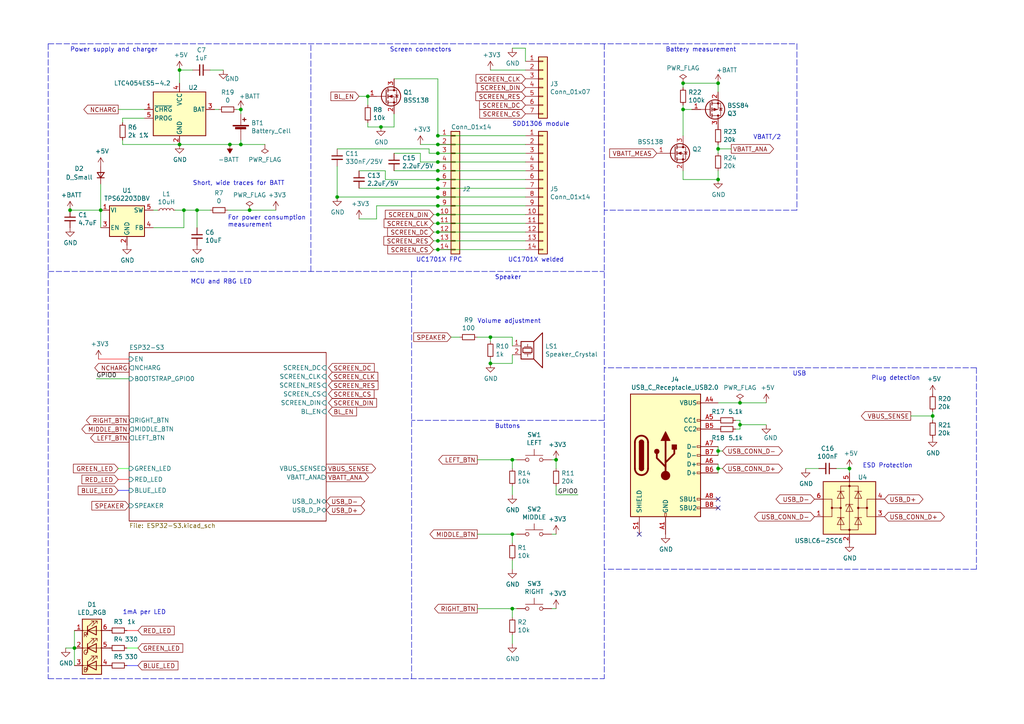
<source format=kicad_sch>
(kicad_sch (version 20211123) (generator eeschema)
  (paper "A4")
  (title_block (title "OpenTama") (date "2022-05-11") (rev "2.0") (company "cone.codes") (comment 1 "Licensed under CERN-OHL-S v2") (comment 2 "connorr@hey.com") (comment 3 "Connor Rigby"))
  (lib_symbols
    (symbol "Battery_Management:LTC4054ES5-4.2" (pin_names (offset 0.254))
      (property "Reference" "U" (at -5.842 6.604 0))
      (property "Value" "LTC4054ES5-4.2" (at 1.524 6.604 0))
      (symbol "LTC4054ES5-4.2_1_1"
        (pin open_collector line (at -10.16 0 0) (length 2.54) (name "~{CHRG}") (number "1"))
        (pin power_in line (at 0 -10.16 90) (length 2.54) (name "GND") (number "2"))
        (pin power_out line (at 10.16 0 180) (length 2.54) (name "BAT") (number "3"))
        (pin power_in line (at 0 7.62 270) (length 2.54) (name "VCC") (number "4"))
        (pin bidirectional line (at -10.16 -2.54 0) (length 2.54) (name "PROG") (number "5"))
      )
    )
    (symbol "Connector:USB_C_Receptacle_USB2.0" (pin_names (offset 1.016))
      (property "Reference" "J" (at -10.16 19.05 0))
      (property "Value" "USB_C_Receptacle_USB2.0" (at 19.05 19.05 0))
      (symbol "USB_C_Receptacle_USB2.0_1_1"
        (pin passive line (at 0 -22.86 90) (length 5.08) (name "GND") (number "A1"))
        (pin passive line (at 0 -22.86 90) (length 5.08) hide (name "GND") (number "A12"))
        (pin passive line (at 15.24 15.24 180) (length 5.08) (name "VBUS") (number "A4"))
        (pin bidirectional line (at 15.24 10.16 180) (length 5.08) (name "CC1") (number "A5"))
        (pin bidirectional line (at 15.24 -2.54 180) (length 5.08) (name "D+") (number "A6"))
        (pin bidirectional line (at 15.24 2.54 180) (length 5.08) (name "D-") (number "A7"))
        (pin bidirectional line (at 15.24 -12.7 180) (length 5.08) (name "SBU1") (number "A8"))
        (pin passive line (at 15.24 15.24 180) (length 5.08) hide (name "VBUS") (number "A9"))
        (pin passive line (at 0 -22.86 90) (length 5.08) hide (name "GND") (number "B1"))
        (pin passive line (at 0 -22.86 90) (length 5.08) hide (name "GND") (number "B12"))
        (pin passive line (at 15.24 15.24 180) (length 5.08) hide (name "VBUS") (number "B4"))
        (pin bidirectional line (at 15.24 7.62 180) (length 5.08) (name "CC2") (number "B5"))
        (pin bidirectional line (at 15.24 -5.08 180) (length 5.08) (name "D+") (number "B6"))
        (pin bidirectional line (at 15.24 0 180) (length 5.08) (name "D-") (number "B7"))
        (pin bidirectional line (at 15.24 -15.24 180) (length 5.08) (name "SBU2") (number "B8"))
        (pin passive line (at 15.24 15.24 180) (length 5.08) hide (name "VBUS") (number "B9"))
        (pin passive line (at -7.62 -22.86 90) (length 5.08) (name "SHIELD") (number "S1"))
      )
    )
    (symbol "Connector_Generic:Conn_01x07" (pin_names (offset 1.016) hide)
      (property "Reference" "J" (at 0 10.16 0))
      (property "Value" "Conn_01x07" (at 0 -10.16 0))
      (symbol "Conn_01x07_1_1"
        (pin passive line (at -5.08 7.62 0) (length 3.81) (name "Pin_1") (number "1"))
        (pin passive line (at -5.08 5.08 0) (length 3.81) (name "Pin_2") (number "2"))
        (pin passive line (at -5.08 2.54 0) (length 3.81) (name "Pin_3") (number "3"))
        (pin passive line (at -5.08 0 0) (length 3.81) (name "Pin_4") (number "4"))
        (pin passive line (at -5.08 -2.54 0) (length 3.81) (name "Pin_5") (number "5"))
        (pin passive line (at -5.08 -5.08 0) (length 3.81) (name "Pin_6") (number "6"))
        (pin passive line (at -5.08 -7.62 0) (length 3.81) (name "Pin_7") (number "7"))
      )
    )
    (symbol "Connector_Generic:Conn_01x14" (pin_names (offset 1.016) hide)
      (property "Reference" "J" (at 0 17.78 0))
      (property "Value" "Conn_01x14" (at 0 -20.32 0))
      (symbol "Conn_01x14_1_1"
        (pin passive line (at -5.08 15.24 0) (length 3.81) (name "Pin_1") (number "1"))
        (pin passive line (at -5.08 -7.62 0) (length 3.81) (name "Pin_10") (number "10"))
        (pin passive line (at -5.08 -10.16 0) (length 3.81) (name "Pin_11") (number "11"))
        (pin passive line (at -5.08 -12.7 0) (length 3.81) (name "Pin_12") (number "12"))
        (pin passive line (at -5.08 -15.24 0) (length 3.81) (name "Pin_13") (number "13"))
        (pin passive line (at -5.08 -17.78 0) (length 3.81) (name "Pin_14") (number "14"))
        (pin passive line (at -5.08 12.7 0) (length 3.81) (name "Pin_2") (number "2"))
        (pin passive line (at -5.08 10.16 0) (length 3.81) (name "Pin_3") (number "3"))
        (pin passive line (at -5.08 7.62 0) (length 3.81) (name "Pin_4") (number "4"))
        (pin passive line (at -5.08 5.08 0) (length 3.81) (name "Pin_5") (number "5"))
        (pin passive line (at -5.08 2.54 0) (length 3.81) (name "Pin_6") (number "6"))
        (pin passive line (at -5.08 0 0) (length 3.81) (name "Pin_7") (number "7"))
        (pin passive line (at -5.08 -2.54 0) (length 3.81) (name "Pin_8") (number "8"))
        (pin passive line (at -5.08 -5.08 0) (length 3.81) (name "Pin_9") (number "9"))
      )
    )
    (symbol "Device:Battery_Cell" (pin_numbers hide) (pin_names (offset 0) hide)
      (property "Reference" "BT" (at 2.54 2.54 0))
      (property "Value" "Battery_Cell" (at 2.54 0 0))
      (symbol "Battery_Cell_1_1"
        (pin passive line (at 0 5.08 270) (length 2.54) (name "+") (number "1"))
        (pin passive line (at 0 -2.54 90) (length 2.54) (name "-") (number "2"))
      )
    )
    (symbol "Device:C_Small" (pin_numbers hide) (pin_names (offset 0.254) hide)
      (property "Reference" "C" (at 0.254 1.778 0))
      (property "Value" "C_Small" (at 0.254 -2.032 0))
      (symbol "C_Small_1_1"
        (pin passive line (at 0 2.54 270) (length 2.032) (name "~") (number "1"))
        (pin passive line (at 0 -2.54 90) (length 2.032) (name "~") (number "2"))
      )
    )
    (symbol "Device:D_Small" (pin_numbers hide) (pin_names (offset 0.254) hide)
      (property "Reference" "D" (at -1.27 2.032 0))
      (property "Value" "D_Small" (at -3.81 -2.032 0))
      (symbol "D_Small_1_1"
        (pin passive line (at -2.54 0 0) (length 1.778) (name "K") (number "1"))
        (pin passive line (at 2.54 0 180) (length 1.778) (name "A") (number "2"))
      )
    )
    (symbol "Device:LED_RGB" (pin_names (offset 0) hide)
      (property "Reference" "D" (at 0 9.398 0))
      (property "Value" "LED_RGB" (at 0 -8.89 0))
      (symbol "LED_RGB_0_0"
        (text "B" (at -1.905 -6.35 0) (effects (font (size 1.27 1.27))))
        (text "G" (at -1.905 -1.27 0) (effects (font (size 1.27 1.27))))
        (text "R" (at -1.905 3.81 0) (effects (font (size 1.27 1.27))))
      )
      (symbol "LED_RGB_1_1"
        (pin passive line (at -5.08 5.08 0) (length 2.54) (name "RK") (number "1"))
        (pin passive line (at -5.08 0 0) (length 2.54) (name "GK") (number "2"))
        (pin passive line (at -5.08 -5.08 0) (length 2.54) (name "BK") (number "3"))
        (pin passive line (at 5.08 -5.08 180) (length 2.54) (name "BA") (number "4"))
        (pin passive line (at 5.08 0 180) (length 2.54) (name "GA") (number "5"))
        (pin passive line (at 5.08 5.08 180) (length 2.54) (name "RA") (number "6"))
      )
    )
    (symbol "Device:L_Small" (pin_numbers hide) (pin_names (offset 0.254) hide)
      (property "Reference" "L" (at 0.762 1.016 0))
      (property "Value" "L_Small" (at 0.762 -1.016 0))
      (symbol "L_Small_1_1"
        (pin passive line (at 0 2.54 270) (length 0.508) (name "~") (number "1"))
        (pin passive line (at 0 -2.54 90) (length 0.508) (name "~") (number "2"))
      )
    )
    (symbol "Device:R_Small" (pin_numbers hide) (pin_names (offset 0.254) hide)
      (property "Reference" "R" (at 0.762 0.508 0))
      (property "Value" "R_Small" (at 0.762 -1.016 0))
      (symbol "R_Small_1_1"
        (pin passive line (at 0 2.54 270) (length 0.762) (name "~") (number "1"))
        (pin passive line (at 0 -2.54 90) (length 0.762) (name "~") (number "2"))
      )
    )
    (symbol "Device:Speaker_Crystal" (pin_names (offset 0) hide)
      (property "Reference" "LS" (at 0.635 5.715 0))
      (property "Value" "Speaker_Crystal" (at 0.635 3.81 0))
      (symbol "Speaker_Crystal_1_1"
        (pin input line (at -5.08 0 0) (length 2.54) (name "1") (number "1"))
        (pin input line (at -5.08 -2.54 0) (length 2.54) (name "2") (number "2"))
      )
    )
    (symbol "Power_Protection:USBLC6-2SC6" (pin_names hide)
      (property "Reference" "U" (at 2.54 8.89 0))
      (property "Value" "USBLC6-2SC6" (at 2.54 -8.89 0))
      (symbol "USBLC6-2SC6_1_1"
        (pin passive line (at -10.16 -2.54 0) (length 2.54) (name "I/O1") (number "1"))
        (pin passive line (at 0 -10.16 90) (length 2.54) (name "GND") (number "2"))
        (pin passive line (at 10.16 -2.54 180) (length 2.54) (name "I/O2") (number "3"))
        (pin passive line (at 10.16 2.54 180) (length 2.54) (name "I/O2") (number "4"))
        (pin passive line (at 0 10.16 270) (length 2.54) (name "VBUS") (number "5"))
        (pin passive line (at -10.16 2.54 0) (length 2.54) (name "I/O1") (number "6"))
      )
    )
    (symbol "Regulator_Switching:TPS62203DBV" (pin_names (offset 0.254))
      (property "Reference" "U" (at -5.08 7.62 0))
      (property "Value" "TPS62203DBV" (at 0 7.62 0))
      (symbol "TPS62203DBV_1_1"
        (pin power_in line (at -7.62 5.08 0) (length 2.54) (name "VI") (number "1"))
        (pin power_in line (at 0 -5.08 90) (length 2.54) (name "GND") (number "2"))
        (pin input line (at -7.62 0 0) (length 2.54) (name "EN") (number "3"))
        (pin input line (at 7.62 0 180) (length 2.54) (name "FB") (number "4"))
        (pin output line (at 7.62 5.08 180) (length 2.54) (name "SW") (number "5"))
      )
    )
    (symbol "Switch:SW_Push" (pin_numbers hide) (pin_names (offset 1.016) hide)
      (property "Reference" "SW" (at 1.27 2.54 0))
      (property "Value" "SW_Push" (at 0 -1.524 0))
      (symbol "SW_Push_0_1"
        (pin passive line (at -5.08 0 0) (length 2.54) (name "1") (number "1"))
        (pin passive line (at 5.08 0 180) (length 2.54) (name "2") (number "2"))
      )
    )
    (symbol "Transistor_FET:BSS138" (pin_names hide)
      (property "Reference" "Q" (at 5.08 1.905 0))
      (property "Value" "BSS138" (at 5.08 0 0))
      (symbol "BSS138_1_1"
        (pin input line (at -5.08 0 0) (length 2.54) (name "G") (number "1"))
        (pin passive line (at 2.54 -5.08 90) (length 2.54) (name "S") (number "2"))
        (pin passive line (at 2.54 5.08 270) (length 2.54) (name "D") (number "3"))
      )
    )
    (symbol "Transistor_FET:BSS84" (pin_names hide)
      (property "Reference" "Q" (at 5.08 1.905 0))
      (property "Value" "BSS84" (at 5.08 0 0))
      (symbol "BSS84_1_1"
        (pin input line (at -5.08 0 0) (length 2.54) (name "G") (number "1"))
        (pin passive line (at 2.54 -5.08 90) (length 2.54) (name "S") (number "2"))
        (pin passive line (at 2.54 5.08 270) (length 2.54) (name "D") (number "3"))
      )
    )
    (symbol "power:+3.3V" (power) (pin_names (offset 0))
      (property "Value" "+3.3V" (at 0 3.556 0))
      (symbol "+3.3V_1_1"
        (pin power_in line (at 0 0 90) (length 0) hide (name "+3V3") (number "1"))
      )
    )
    (symbol "power:+5V" (power) (pin_names (offset 0))
      (property "Value" "+5V" (at 0 3.556 0))
      (symbol "+5V_1_1"
        (pin power_in line (at 0 0 90) (length 0) hide (name "+5V") (number "1"))
      )
    )
    (symbol "power:+BATT" (power) (pin_names (offset 0))
      (property "Value" "+BATT" (at 0 3.556 0))
      (symbol "+BATT_1_1"
        (pin power_in line (at 0 0 90) (length 0) hide (name "+BATT") (number "1"))
      )
    )
    (symbol "power:-BATT" (power) (pin_names (offset 0))
      (property "Value" "-BATT" (at 0 3.556 0))
      (symbol "-BATT_1_1"
        (pin power_in line (at 0 0 90) (length 0) hide (name "-BATT") (number "1"))
      )
    )
    (symbol "power:GND" (power) (pin_names (offset 0))
      (property "Value" "GND" (at 0 -3.81 0))
      (symbol "GND_1_1"
        (pin power_in line (at 0 0 270) (length 0) hide (name "GND") (number "1"))
      )
    )
    (symbol "power:PWR_FLAG" (power) (pin_numbers hide) (pin_names (offset 0) hide)
      (property "Value" "PWR_FLAG" (at 0 3.81 0))
      (symbol "PWR_FLAG_0_0"
        (pin power_out line (at 0 0 90) (length 0) (name "pwr") (number "1"))
      )
    )
  )
  (junction (at 214.63 116.84))
  (junction (at 52.07 41.91))
  (junction (at 21.59 187.96))
  (junction (at 127 62.23))
  (junction (at 127 72.39))
  (junction (at 97.79 57.15))
  (junction (at 208.28 52.07))
  (junction (at 127 41.91))
  (junction (at 57.15 60.96))
  (junction (at 208.28 24.13))
  (junction (at 161.29 133.35))
  (junction (at 208.28 130.81))
  (junction (at 127 57.15))
  (junction (at 208.28 43.18))
  (junction (at 29.21 60.96))
  (junction (at 127 67.31))
  (junction (at 69.85 41.91))
  (junction (at 127 59.69))
  (junction (at 72.39 60.96))
  (junction (at 142.24 97.79))
  (junction (at 69.85 31.75))
  (junction (at 270.51 120.65))
  (junction (at 127 49.53))
  (junction (at 127 44.45))
  (junction (at 127 69.85))
  (junction (at 52.07 20.32))
  (junction (at 127 39.37))
  (junction (at 127 52.07))
  (junction (at 214.63 123.19))
  (junction (at 66.675 41.91))
  (junction (at 127 64.77))
  (junction (at 148.59 176.53))
  (junction (at 127 46.99))
  (junction (at 106.68 27.94))
  (junction (at 246.38 135.89))
  (junction (at 148.59 154.94))
  (junction (at 142.24 105.41))
  (junction (at 110.49 36.83))
  (junction (at 127 54.61))
  (junction (at 198.12 24.13))
  (junction (at 148.59 133.35))
  (junction (at 20.32 60.96))
  (junction (at 53.34 60.96))
  (junction (at 208.28 135.89))
  (junction (at 198.12 31.75))
  (no_connect (at 208.28 147.32))
  (no_connect (at 208.28 144.78))
  (no_connect (at 185.42 154.94))
  (wire (pts (xy 152.4 67.31) (xy 127 67.31)))
  (wire (pts (xy 214.63 116.84) (xy 222.25 116.84)))
  (wire (pts (xy 208.28 129.54) (xy 208.28 130.81)))
  (wire (pts (xy 57.15 60.96) (xy 60.96 60.96)))
  (wire (pts (xy 208.28 135.89) (xy 208.28 137.16)))
  (wire (pts (xy 36.83 182.88) (xy 40.005 182.88)) (stroke (width 0) (color 255 0 0 1)))
  (wire (pts (xy 148.59 140.97) (xy 148.59 143.51)))
  (wire (pts (xy 148.59 176.53) (xy 148.59 179.07)))
  (wire (pts (xy 68.58 31.75) (xy 69.85 31.75)))
  (wire (pts (xy 198.12 31.75) (xy 200.66 31.75)))
  (wire (pts (xy 237.49 135.89) (xy 233.68 135.89)))
  (wire (pts (xy 110.49 36.83) (xy 106.68 36.83)))
  (wire (pts (xy 104.14 27.94) (xy 106.68 27.94)))
  (wire (pts (xy 127 64.77) (xy 152.4 64.77)))
  (wire (pts (xy 208.28 24.13) (xy 198.12 24.13)))
  (wire (pts (xy 127 49.53) (xy 152.4 49.53)))
  (polyline (pts (xy 231.14 60.96) (xy 175.26 60.96)))
  (wire (pts (xy 21.59 187.96) (xy 21.59 193.04)))
  (wire (pts (xy 44.45 66.04) (xy 53.34 66.04)))
  (wire (pts (xy 130.81 97.79) (xy 133.35 97.79)))
  (wire (pts (xy 36.83 187.96) (xy 40.005 187.96)) (stroke (width 0) (color 0 255 0 1)))
  (wire (pts (xy 161.29 176.53) (xy 160.02 176.53)))
  (wire (pts (xy 152.4 72.39) (xy 127 72.39)))
  (wire (pts (xy 125.73 72.39) (xy 127 72.39)))
  (wire (pts (xy 214.63 123.19) (xy 214.63 124.46)))
  (wire (pts (xy 148.59 133.35) (xy 148.59 135.89)))
  (wire (pts (xy 57.15 60.96) (xy 53.34 60.96)))
  (wire (pts (xy 138.43 154.94) (xy 148.59 154.94)))
  (polyline (pts (xy 283.21 106.68) (xy 175.26 106.68)))
  (wire (pts (xy 28.575 104.14) (xy 37.465 104.14)) (stroke (width 0) (color 255 0 0 1)))
  (wire (pts (xy 152.4 46.99) (xy 127 46.99)))
  (wire (pts (xy 208.28 116.84) (xy 214.63 116.84)))
  (wire (pts (xy 29.21 66.04) (xy 29.21 60.96)))
  (wire (pts (xy 161.29 133.35) (xy 161.29 135.89)))
  (wire (pts (xy 208.28 43.18) (xy 208.28 41.91)))
  (wire (pts (xy 60.96 20.32) (xy 64.77 20.32)))
  (wire (pts (xy 270.51 119.38) (xy 270.51 120.65)))
  (wire (pts (xy 246.38 137.16) (xy 246.38 135.89)))
  (wire (pts (xy 125.73 69.85) (xy 127 69.85)))
  (wire (pts (xy 35.56 40.64) (xy 35.56 41.91)))
  (wire (pts (xy 111.76 52.07) (xy 111.76 49.53)))
  (wire (pts (xy 127 22.86) (xy 127 39.37)))
  (wire (pts (xy 152.4 41.91) (xy 127 41.91)))
  (wire (pts (xy 114.3 49.53) (xy 127 49.53)))
  (wire (pts (xy 198.12 30.48) (xy 198.12 31.75)))
  (wire (pts (xy 208.28 44.45) (xy 208.28 43.18)))
  (wire (pts (xy 52.07 41.91) (xy 66.675 41.91)))
  (wire (pts (xy 127 46.99) (xy 121.92 46.99)))
  (wire (pts (xy 212.09 43.18) (xy 208.28 43.18)))
  (wire (pts (xy 148.59 97.79) (xy 148.59 100.33)))
  (wire (pts (xy 148.59 154.94) (xy 149.86 154.94)))
  (wire (pts (xy 125.73 62.23) (xy 127 62.23)))
  (wire (pts (xy 35.56 34.29) (xy 41.91 34.29)))
  (wire (pts (xy 36.83 193.04) (xy 40.005 193.04)) (stroke (width 0) (color 0 0 255 1)))
  (wire (pts (xy 270.51 120.65) (xy 270.51 121.92)))
  (wire (pts (xy 50.8 60.96) (xy 53.34 60.96)))
  (wire (pts (xy 106.68 36.83) (xy 106.68 35.56)))
  (wire (pts (xy 148.59 102.87) (xy 148.59 105.41)))
  (wire (pts (xy 209.55 135.89) (xy 208.28 135.89)))
  (wire (pts (xy 127 54.61) (xy 104.14 54.61)))
  (wire (pts (xy 198.12 24.13) (xy 198.12 25.4)))
  (wire (pts (xy 214.63 124.46) (xy 213.36 124.46)))
  (wire (pts (xy 127 52.07) (xy 111.76 52.07)))
  (wire (pts (xy 27.94 109.855) (xy 37.465 109.855)))
  (polyline (pts (xy 231.14 12.7) (xy 231.14 60.96)))
  (polyline (pts (xy 90.17 78.74) (xy 90.17 12.7)))
  (wire (pts (xy 208.28 52.07) (xy 208.28 49.53)))
  (wire (pts (xy 127 69.85) (xy 152.4 69.85)))
  (wire (pts (xy 142.24 99.06) (xy 142.24 97.79)))
  (polyline (pts (xy 175.26 121.92) (xy 119.38 121.92)))
  (polyline (pts (xy 119.38 78.74) (xy 119.38 196.85)))
  (wire (pts (xy 29.21 53.34) (xy 29.21 60.96)))
  (wire (pts (xy 148.59 184.15) (xy 148.59 186.69)))
  (polyline (pts (xy 13.97 12.7) (xy 231.14 12.7)))
  (wire (pts (xy 198.12 49.53) (xy 198.12 52.07)))
  (wire (pts (xy 160.02 133.35) (xy 161.29 133.35)))
  (wire (pts (xy 198.12 52.07) (xy 208.28 52.07)))
  (wire (pts (xy 208.28 26.67) (xy 208.28 24.13)))
  (wire (pts (xy 109.22 59.69) (xy 127 59.69)))
  (wire (pts (xy 127 59.69) (xy 152.4 59.69)))
  (wire (pts (xy 109.22 63.5) (xy 109.22 59.69)))
  (wire (pts (xy 152.4 62.23) (xy 127 62.23)))
  (wire (pts (xy 69.85 31.75) (xy 69.85 33.02)))
  (wire (pts (xy 34.29 31.75) (xy 41.91 31.75)))
  (wire (pts (xy 114.3 36.83) (xy 110.49 36.83)))
  (polyline (pts (xy 283.21 106.68) (xy 283.21 165.1)))
  (wire (pts (xy 148.59 105.41) (xy 142.24 105.41)))
  (wire (pts (xy 127 22.86) (xy 114.3 22.86)))
  (wire (pts (xy 148.59 133.35) (xy 149.86 133.35)))
  (wire (pts (xy 264.16 120.65) (xy 270.51 120.65)))
  (wire (pts (xy 34.29 139.065) (xy 37.465 139.065)) (stroke (width 0) (color 255 0 0 1)))
  (wire (pts (xy 127 44.45) (xy 152.4 44.45)))
  (wire (pts (xy 161.29 154.94) (xy 160.02 154.94)))
  (wire (pts (xy 44.45 60.96) (xy 45.72 60.96)))
  (wire (pts (xy 53.34 60.96) (xy 53.34 66.04)))
  (wire (pts (xy 66.675 41.91) (xy 69.85 41.91)))
  (wire (pts (xy 19.05 187.96) (xy 21.59 187.96)))
  (wire (pts (xy 209.55 130.81) (xy 208.28 130.81)))
  (wire (pts (xy 152.4 52.07) (xy 127 52.07)))
  (wire (pts (xy 214.63 121.92) (xy 214.63 123.19)))
  (wire (pts (xy 34.29 142.24) (xy 37.465 142.24)) (stroke (width 0) (color 0 0 255 1)))
  (wire (pts (xy 106.68 30.48) (xy 106.68 27.94)))
  (wire (pts (xy 69.85 40.64) (xy 69.85 41.91)))
  (wire (pts (xy 127 54.61) (xy 152.4 54.61)))
  (wire (pts (xy 148.59 176.53) (xy 149.86 176.53)))
  (wire (pts (xy 35.56 41.91) (xy 52.07 41.91)))
  (wire (pts (xy 142.24 105.41) (xy 142.24 104.14)))
  (polyline (pts (xy 175.26 12.7) (xy 175.26 196.85)))
  (wire (pts (xy 127 39.37) (xy 152.4 39.37)))
  (wire (pts (xy 121.92 44.45) (xy 114.3 44.45)))
  (wire (pts (xy 97.79 57.15) (xy 127 57.15)))
  (wire (pts (xy 152.4 17.78) (xy 152.4 13.97)))
  (wire (pts (xy 125.73 64.77) (xy 127 64.77)))
  (wire (pts (xy 52.07 24.13) (xy 52.07 20.32)))
  (wire (pts (xy 111.76 49.53) (xy 104.14 49.53)))
  (wire (pts (xy 52.07 20.32) (xy 55.88 20.32)))
  (wire (pts (xy 138.43 133.35) (xy 148.59 133.35)))
  (wire (pts (xy 20.32 60.96) (xy 29.21 60.96)))
  (wire (pts (xy 124.46 44.45) (xy 124.46 43.18)))
  (wire (pts (xy 148.59 154.94) (xy 148.59 157.48)))
  (wire (pts (xy 198.12 39.37) (xy 198.12 31.75)))
  (wire (pts (xy 114.3 33.02) (xy 114.3 36.83)))
  (wire (pts (xy 152.4 57.15) (xy 127 57.15)))
  (wire (pts (xy 246.38 135.89) (xy 242.57 135.89)))
  (wire (pts (xy 72.39 60.96) (xy 80.01 60.96)))
  (wire (pts (xy 127 44.45) (xy 124.46 44.45)))
  (wire (pts (xy 125.73 67.31) (xy 127 67.31)))
  (wire (pts (xy 104.14 63.5) (xy 109.22 63.5)))
  (wire (pts (xy 57.15 60.96) (xy 57.15 66.04)))
  (wire (pts (xy 21.59 182.88) (xy 21.59 187.96)))
  (polyline (pts (xy 13.97 196.85) (xy 175.26 196.85)))
  (wire (pts (xy 76.835 41.91) (xy 69.85 41.91)))
  (polyline (pts (xy 13.97 78.74) (xy 175.26 78.74)))
  (wire (pts (xy 34.29 135.89) (xy 37.465 135.89)) (stroke (width 0) (color 0 255 0 1)))
  (wire (pts (xy 121.92 46.99) (xy 121.92 44.45)))
  (wire (pts (xy 138.43 97.79) (xy 142.24 97.79)))
  (polyline (pts (xy 13.97 12.7) (xy 13.97 196.85)))
  (polyline (pts (xy 283.21 165.1) (xy 175.26 165.1)))
  (wire (pts (xy 63.5 31.75) (xy 62.23 31.75)))
  (wire (pts (xy 214.63 123.19) (xy 222.25 123.19)))
  (wire (pts (xy 121.92 41.91) (xy 127 41.91)))
  (wire (pts (xy 97.79 48.26) (xy 97.79 57.15)))
  (wire (pts (xy 142.24 97.79) (xy 148.59 97.79)))
  (wire (pts (xy 35.56 35.56) (xy 35.56 34.29)))
  (wire (pts (xy 138.43 176.53) (xy 148.59 176.53)))
  (wire (pts (xy 152.4 20.32) (xy 142.24 20.32)))
  (wire (pts (xy 148.59 162.56) (xy 148.59 165.1)))
  (wire (pts (xy 152.4 13.97) (xy 148.59 13.97)))
  (wire (pts (xy 167.64 143.51) (xy 161.29 143.51)))
  (wire (pts (xy 161.29 143.51) (xy 161.29 140.97)))
  (wire (pts (xy 208.28 130.81) (xy 208.28 132.08)))
  (wire (pts (xy 208.28 134.62) (xy 208.28 135.89)))
  (wire (pts (xy 124.46 43.18) (xy 97.79 43.18)))
  (wire (pts (xy 214.63 121.92) (xy 213.36 121.92)))
  (wire (pts (xy 66.04 60.96) (xy 72.39 60.96)))
  (text "SDD1306 module" (at 148.59 36.83 0) (effects (font (size 1.27 1.27)) (justify left bottom)))
  (text "Speaker" (at 143.51 81.28 0) (effects (font (size 1.27 1.27)) (justify left bottom)))
  (text "Buttons" (at 143.51 124.46 0) (effects (font (size 1.27 1.27)) (justify left bottom)))
  (text "ESD Protection" (at 250.19 135.89 0) (effects (font (size 1.27 1.27)) (justify left bottom)))
  (text "USB" (at 229.87 109.22 0) (effects (font (size 1.27 1.27)) (justify left bottom)))
  (text "Volume adjustment" (at 138.43 93.98 0) (effects (font (size 1.27 1.27)) (justify left bottom)))
  (text "Plug detection" (at 252.73 110.49 0) (effects (font (size 1.27 1.27)) (justify left bottom)))
  (text "Screen connectors" (at 113.03 15.24 0) (effects (font (size 1.27 1.27)) (justify left bottom)))
  (text "For power consumption\nmeasurement" (at 66.04 66.04 0) (effects (font (size 1.27 1.27)) (justify left bottom)))
  (text "UC1701X welded" (at 147.32 76.2 0) (effects (font (size 1.27 1.27)) (justify left bottom)))
  (text "1mA per LED" (at 35.56 178.435 0) (effects (font (size 1.27 1.27)) (justify left bottom)))
  (text "Power supply and charger" (at 20.32 15.24 0) (effects (font (size 1.27 1.27)) (justify left bottom)))
  (text "VBATT/2" (at 218.44 40.64 0) (effects (font (size 1.27 1.27)) (justify left bottom)))
  (text "MCU and RBG LED" (at 55.245 82.55 0) (effects (font (size 1.27 1.27)) (justify left bottom)))
  (text "Short, wide traces for BATT" (at 55.88 53.975 0) (effects (font (size 1.27 1.27)) (justify left bottom)))
  (text "Battery measurement" (at 193.04 15.24 0) (effects (font (size 1.27 1.27)) (justify left bottom)))
  (text "UC1701X FPC" (at 120.65 76.2 0) (effects (font (size 1.27 1.27)) (justify left bottom)))
  (label "GPIO0" (at 27.94 109.855 0))
  (label "GPIO0" (at 167.64 143.51 180))
  (global_label "SPEAKER" (shape input) (at 130.81 97.79 180) (property "Intersheet References" "${INTERSHEET_REFS}" (effects hide)))
  (global_label "BLUE_LED" (shape input) (at 40.005 193.04 0) (property "Intersheet References" "${INTERSHEET_REFS}" (effects hide)))
  (global_label "USB_D+" (shape bidirectional) (at 256.54 144.78 0) (property "Intersheet References" "${INTERSHEET_REFS}" (effects hide)))
  (global_label "USB_D+" (shape bidirectional) (at 94.615 147.955 0) (property "Intersheet References" "${INTERSHEET_REFS}" (effects hide)))
  (global_label "SCREEN_RES" (shape input) (at 95.25 111.76 0) (property "Intersheet References" "${INTERSHEET_REFS}" (effects hide)))
  (global_label "VBATT_ANA" (shape output) (at 94.615 138.43 0) (property "Intersheet References" "${INTERSHEET_REFS}" (effects hide)))
  (global_label "USB_CONN_D-" (shape bidirectional) (at 236.22 149.86 180) (property "Intersheet References" "${INTERSHEET_REFS}" (effects hide)))
  (global_label "VBATT_ANA" (shape output) (at 212.09 43.18 0) (property "Intersheet References" "${INTERSHEET_REFS}" (effects hide)))
  (global_label "SCREEN_CS" (shape input) (at 95.25 114.3 0) (property "Intersheet References" "${INTERSHEET_REFS}" (effects hide)))
  (global_label "NCHARG" (shape output) (at 37.465 106.68 180) (property "Intersheet References" "${INTERSHEET_REFS}" (effects hide)))
  (global_label "SCREEN_CLK" (shape input) (at 125.73 64.77 180) (property "Intersheet References" "${INTERSHEET_REFS}" (effects hide)))
  (global_label "SCREEN_CLK" (shape input) (at 152.4 22.86 180) (property "Intersheet References" "${INTERSHEET_REFS}" (effects hide)))
  (global_label "SCREEN_DC" (shape input) (at 125.73 67.31 180) (property "Intersheet References" "${INTERSHEET_REFS}" (effects hide)))
  (global_label "BL_EN" (shape input) (at 104.14 27.94 180) (property "Intersheet References" "${INTERSHEET_REFS}" (effects hide)))
  (global_label "GREEN_LED" (shape input) (at 40.005 187.96 0) (property "Intersheet References" "${INTERSHEET_REFS}" (effects hide)))
  (global_label "SCREEN_DIN" (shape input) (at 95.25 116.84 0) (property "Intersheet References" "${INTERSHEET_REFS}" (effects hide)))
  (global_label "RIGHT_BTN" (shape output) (at 138.43 176.53 180) (property "Intersheet References" "${INTERSHEET_REFS}" (effects hide)))
  (global_label "NCHARG" (shape output) (at 34.29 31.75 180) (property "Intersheet References" "${INTERSHEET_REFS}" (effects hide)))
  (global_label "LEFT_BTN" (shape output) (at 37.465 127 180) (property "Intersheet References" "${INTERSHEET_REFS}" (effects hide)))
  (global_label "USB_D-" (shape bidirectional) (at 236.22 144.78 180) (property "Intersheet References" "${INTERSHEET_REFS}" (effects hide)))
  (global_label "VBATT_MEAS" (shape input) (at 190.5 44.45 180) (property "Intersheet References" "${INTERSHEET_REFS}" (effects hide)))
  (global_label "SCREEN_DC" (shape input) (at 152.4 30.48 180) (property "Intersheet References" "${INTERSHEET_REFS}" (effects hide)))
  (global_label "SCREEN_DIN" (shape input) (at 125.73 62.23 180) (property "Intersheet References" "${INTERSHEET_REFS}" (effects hide)))
  (global_label "SPEAKER" (shape input) (at 37.465 146.685 180) (property "Intersheet References" "${INTERSHEET_REFS}" (effects hide)))
  (global_label "USB_D-" (shape bidirectional) (at 94.615 145.415 0) (property "Intersheet References" "${INTERSHEET_REFS}" (effects hide)))
  (global_label "USB_CONN_D+" (shape bidirectional) (at 256.54 149.86 0) (property "Intersheet References" "${INTERSHEET_REFS}" (effects hide)))
  (global_label "MIDDLE_BTN" (shape output) (at 37.465 124.46 180) (property "Intersheet References" "${INTERSHEET_REFS}" (effects hide)))
  (global_label "RED_LED" (shape input) (at 34.29 139.065 180) (property "Intersheet References" "${INTERSHEET_REFS}" (effects hide)))
  (global_label "SCREEN_DIN" (shape input) (at 152.4 25.4 180) (property "Intersheet References" "${INTERSHEET_REFS}" (effects hide)))
  (global_label "GREEN_LED" (shape input) (at 34.29 135.89 180) (property "Intersheet References" "${INTERSHEET_REFS}" (effects hide)))
  (global_label "SCREEN_CLK" (shape input) (at 95.25 109.22 0) (property "Intersheet References" "${INTERSHEET_REFS}" (effects hide)))
  (global_label "SCREEN_DC" (shape input) (at 95.25 106.68 0) (property "Intersheet References" "${INTERSHEET_REFS}" (effects hide)))
  (global_label "USB_CONN_D+" (shape bidirectional) (at 209.55 135.89 0) (property "Intersheet References" "${INTERSHEET_REFS}" (effects hide)))
  (global_label "SCREEN_RES" (shape input) (at 125.73 69.85 180) (property "Intersheet References" "${INTERSHEET_REFS}" (effects hide)))
  (global_label "RIGHT_BTN" (shape output) (at 37.465 121.92 180) (property "Intersheet References" "${INTERSHEET_REFS}" (effects hide)))
  (global_label "SCREEN_RES" (shape input) (at 152.4 27.94 180) (property "Intersheet References" "${INTERSHEET_REFS}" (effects hide)))
  (global_label "VBUS_SENSE" (shape output) (at 94.615 135.89 0) (property "Intersheet References" "${INTERSHEET_REFS}" (effects hide)))
  (global_label "RED_LED" (shape input) (at 40.005 182.88 0) (property "Intersheet References" "${INTERSHEET_REFS}" (effects hide)))
  (global_label "LEFT_BTN" (shape output) (at 138.43 133.35 180) (property "Intersheet References" "${INTERSHEET_REFS}" (effects hide)))
  (global_label "USB_CONN_D-" (shape bidirectional) (at 209.55 130.81 0) (property "Intersheet References" "${INTERSHEET_REFS}" (effects hide)))
  (global_label "SCREEN_CS" (shape input) (at 125.73 72.39 180) (property "Intersheet References" "${INTERSHEET_REFS}" (effects hide)))
  (global_label "MIDDLE_BTN" (shape output) (at 138.43 154.94 180) (property "Intersheet References" "${INTERSHEET_REFS}" (effects hide)))
  (global_label "BL_EN" (shape input) (at 95.25 119.38 0) (property "Intersheet References" "${INTERSHEET_REFS}" (effects hide)))
  (global_label "BLUE_LED" (shape input) (at 34.29 142.24 180) (property "Intersheet References" "${INTERSHEET_REFS}" (effects hide)))
  (global_label "VBUS_SENSE" (shape output) (at 264.16 120.65 180) (property "Intersheet References" "${INTERSHEET_REFS}" (effects hide)))
  (global_label "SCREEN_CS" (shape input) (at 152.4 33.02 180) (property "Intersheet References" "${INTERSHEET_REFS}" (effects hide)))
  (symbol (lib_id "Device:R_Small") (at 210.82 121.92 270) (unit 1)
    (property "Reference" "R17" (at 208.28 119.38 90))
    (property "Value" "5.1k" (at 213.36 119.38 90))
    (property "Footprint" "Resistor_SMD:R_0402_1005Metric" (effects hide))
    (property "JLCPCB" "C25905" (effects hide))
  )
  (symbol (lib_id "Device:R_Small") (at 210.82 124.46 270) (unit 1)
    (property "Reference" "R18" (at 208.28 127 90))
    (property "Value" "5.1k" (at 213.36 127 90))
    (property "Footprint" "Resistor_SMD:R_0402_1005Metric" (effects hide))
    (property "JLCPCB" "C25905" (effects hide))
  )
  (symbol (lib_id "power:GND") (at 222.25 123.19 0) (unit 1)
    (property "Reference" "#PWR042" (effects hide))
    (property "Value" "GND" (at 223.52 127 0))
  )
  (symbol (lib_id "power:GND") (at 142.24 105.41 0) (unit 1)
    (property "Reference" "#PWR033" (effects hide))
    (property "Value" "GND" (at 142.367 109.8042 0))
  )
  (symbol (lib_id "Device:R_Small") (at 135.89 97.79 270) (unit 1)
    (property "Reference" "R9" (at 135.89 92.8116 90))
    (property "Value" "100" (at 135.89 95.123 90))
    (property "Footprint" "Resistor_SMD:R_0402_1005Metric" (effects hide))
    (property "JLCPCB" "C25076" (effects hide))
  )
  (symbol (lib_id "Device:R_Small") (at 142.24 101.6 0) (unit 1)
    (property "Reference" "R10" (at 143.7386 100.4316 0) (effects (justify left)))
    (property "Value" "1k" (at 143.7386 102.743 0) (effects (justify left)))
    (property "Footprint" "Resistor_SMD:R_0402_1005Metric" (effects hide))
    (property "JLCPCB" "C11702" (effects hide))
  )
  (symbol (lib_id "power:GND") (at 19.05 187.96 0) (unit 1)
    (property "Reference" "#PWR01" (effects hide))
    (property "Value" "GND" (at 19.177 192.3542 0))
  )
  (symbol (lib_id "Connector_Generic:Conn_01x14") (at 132.08 54.61 0) (unit 1)
    (property "Reference" "J2" (at 134.112 54.8132 0) (effects (justify left)))
    (property "Value" "Conn_01x14" (at 130.81 36.83 0) (effects (justify left)))
    (property "Footprint" "OpenTama:Hirose_FH34SRJ-14S-0.5SH_1x14-1MP_P0.50mm_Horizontal" (effects hide))
    (property "Datasheet" "https://datasheet.lcsc.com/lcsc/1811071030_HRS-Hirose-FH34SRJ-14S-0.5SH-50_C324724.pdf" (effects hide))
    (property "JLCPCB" "C324724" (effects hide))
  )
  (symbol (lib_id "Switch:SW_Push") (at 154.94 154.94 0) (unit 1)
    (property "Reference" "SW2" (at 154.94 147.701 0))
    (property "Value" "MIDDLE" (at 154.94 150.0124 0))
    (property "Footprint" "Button_Switch_SMD:SW_Push_1P1T_NO_6x6mm_H9.5mm" (effects hide))
    (property "Datasheet" "https://datasheet.lcsc.com/lcsc/1810121628_C&K-PTS645SM43SMTR92LFS_C221880.pdf" (effects hide))
    (property "JLCPCB" "C221880" (effects hide))
  )
  (symbol (lib_id "Device:C_Small") (at 97.79 45.72 0) (unit 1)
    (property "Reference" "C11" (at 100.1268 44.5516 0) (effects (justify left)))
    (property "Value" "330nF/25V" (at 100.1268 46.863 0) (effects (justify left)))
    (property "Footprint" "Capacitor_SMD:C_0603_1608Metric" (effects hide))
    (property "JLCPCB" "C1615" (effects hide))
  )
  (symbol (lib_id "Device:C_Small") (at 114.3 46.99 0) (unit 1)
    (property "Reference" "C15" (at 116.6368 45.8216 0) (effects (justify left)))
    (property "Value" "2.2uF/5V" (at 116.6368 48.133 0) (effects (justify left)))
    (property "Footprint" "Capacitor_SMD:C_0402_1005Metric" (effects hide))
    (property "JLCPCB" "C12530" (effects hide))
  )
  (symbol (lib_id "Device:C_Small") (at 104.14 52.07 0) (unit 1)
    (property "Reference" "C13" (at 106.4768 50.9016 0) (effects (justify left)))
    (property "Value" "2.2uF/5V" (at 106.4768 53.213 0) (effects (justify left)))
    (property "Footprint" "Capacitor_SMD:C_0402_1005Metric" (effects hide))
    (property "JLCPCB" "C12530" (effects hide))
  )
  (symbol (lib_id "power:+3.3V") (at 161.29 154.94 0) (unit 1)
    (property "Reference" "#PWR038" (effects hide))
    (property "Value" "+3.3V" (at 161.671 150.5458 0))
  )
  (symbol (lib_id "Device:LED_RGB") (at 26.67 187.96 0) (unit 1)
    (property "Reference" "D1" (at 26.67 175.3362 0))
    (property "Value" "LED_RGB" (at 26.67 177.6476 0))
    (property "Footprint" "OpenTama:LED_RGB_TC5050" (effects hide))
    (property "Datasheet" "https://datasheet.lcsc.com/lcsc/2009231707_TCWIN-TC5050RGBF08-3CJH-AF53A_C784540.pdf" (effects hide))
    (property "JLCPCB" "C784540" (effects hide))
  )
  (symbol (lib_id "Device:R_Small") (at 34.29 193.04 270) (unit 1)
    (property "Reference" "R5" (at 34.29 190.5 90))
    (property "Value" "330" (at 38.1 190.5 90))
    (property "Footprint" "Resistor_SMD:R_0603_1608Metric" (effects hide))
    (property "JLCPCB" "C23138" (effects hide))
  )
  (symbol (lib_id "Device:R_Small") (at 34.29 182.88 270) (unit 1)
    (property "Reference" "R3" (at 34.29 180.34 90))
    (property "Value" "1k" (at 38.1 180.34 90))
    (property "Footprint" "Resistor_SMD:R_0603_1608Metric" (effects hide))
    (property "JLCPCB" "C21190" (effects hide))
  )
  (symbol (lib_id "power:GND") (at 148.59 165.1 0) (unit 1)
    (property "Reference" "#PWR035" (effects hide))
    (property "Value" "GND" (at 148.717 169.4942 0))
  )
  (symbol (lib_id "Switch:SW_Push") (at 154.94 176.53 0) (unit 1)
    (property "Reference" "SW3" (at 154.94 169.291 0))
    (property "Value" "RIGHT" (at 154.94 171.6024 0))
    (property "Footprint" "Button_Switch_SMD:SW_Push_1P1T_NO_6x6mm_H9.5mm" (effects hide))
    (property "Datasheet" "https://datasheet.lcsc.com/lcsc/1810121628_C&K-PTS645SM43SMTR92LFS_C221880.pdf" (effects hide))
    (property "JLCPCB" "C221880" (effects hide))
  )
  (symbol (lib_id "power:+3.3V") (at 161.29 176.53 0) (unit 1)
    (property "Reference" "#PWR039" (effects hide))
    (property "Value" "+3.3V" (at 161.671 172.1358 0))
  )
  (symbol (lib_id "power:GND") (at 148.59 186.69 0) (unit 1)
    (property "Reference" "#PWR036" (effects hide))
    (property "Value" "GND" (at 148.717 191.0842 0))
  )
  (symbol (lib_id "Device:R_Small") (at 148.59 138.43 0) (unit 1)
    (property "Reference" "R14" (at 150.0886 137.2616 0) (effects (justify left)))
    (property "Value" "10k" (at 150.0886 139.573 0) (effects (justify left)))
    (property "Footprint" "Resistor_SMD:R_0402_1005Metric" (effects hide))
  )
  (symbol (lib_id "Switch:SW_Push") (at 154.94 133.35 0) (unit 1)
    (property "Reference" "SW1" (at 154.94 126.111 0))
    (property "Value" "LEFT" (at 154.94 128.4224 0))
    (property "Footprint" "Button_Switch_SMD:SW_Push_1P1T_NO_6x6mm_H9.5mm" (effects hide))
    (property "Datasheet" "https://datasheet.lcsc.com/lcsc/1810121628_C&K-PTS645SM43SMTR92LFS_C221880.pdf" (effects hide))
    (property "JLCPCB" "C221880" (effects hide))
  )
  (symbol (lib_id "power:+3.3V") (at 161.29 133.35 0) (unit 1)
    (property "Reference" "#PWR037" (effects hide))
    (property "Value" "+3.3V" (at 161.671 128.9558 0))
  )
  (symbol (lib_id "power:GND") (at 148.59 143.51 0) (unit 1)
    (property "Reference" "#PWR034" (effects hide))
    (property "Value" "GND" (at 148.717 147.9042 0))
  )
  (symbol (lib_id "Device:R_Small") (at 34.29 187.96 270) (unit 1)
    (property "Reference" "R4" (at 34.29 185.42 90))
    (property "Value" "330" (at 38.1 185.42 90))
    (property "Footprint" "Resistor_SMD:R_0603_1608Metric" (effects hide))
    (property "JLCPCB" "C23138" (effects hide))
  )
  (symbol (lib_id "Device:Speaker_Crystal") (at 153.67 100.33 0) (unit 1)
    (property "Reference" "LS1" (at 158.115 100.4316 0) (effects (justify left)))
    (property "Value" "Speaker_Crystal" (at 158.115 102.743 0) (effects (justify left)))
    (property "Footprint" "Buzzer_Beeper:Buzzer_CUI_CPT-9019S-SMT" (effects hide))
    (property "Datasheet" "https://datasheet.lcsc.com/lcsc/1912111437_FUET-FUET-9018_C391035.pdf" (effects hide))
    (property "JLCPCB" "C391035" (effects hide))
  )
  (symbol (lib_id "Connector_Generic:Conn_01x14") (at 157.48 54.61 0) (unit 1)
    (property "Reference" "J5" (at 159.512 54.8132 0) (effects (justify left)))
    (property "Value" "Conn_01x14" (at 159.512 57.1246 0) (effects (justify left)))
    (property "Footprint" "OpenTama:LCD_14p_0.6mm" (effects hide))
  )
  (symbol (lib_id "power:GND") (at 148.59 13.97 0) (unit 1)
    (property "Reference" "#PWR032" (effects hide))
    (property "Value" "GND" (at 148.717 18.3642 0))
  )
  (symbol (lib_id "power:+3.3V") (at 142.24 20.32 0) (unit 1)
    (property "Reference" "#PWR031" (effects hide))
    (property "Value" "+3.3V" (at 142.621 15.9258 0))
  )
  (symbol (lib_id "Connector:USB_C_Receptacle_USB2.0") (at 193.04 132.08 0) (unit 1)
    (property "Reference" "J4" (at 195.7578 110.0582 0))
    (property "Value" "USB_C_Receptacle_USB2.0" (at 195.7578 112.3696 0))
    (property "Footprint" "Connector_USB:USB_C_Receptacle_HRO_TYPE-C-31-M-12" (effects hide))
    (property "Datasheet" "https://www.usb.org/sites/default/files/documents/usb_type-c.zip" (effects hide))
    (property "JLCPCB" "C165948" (effects hide))
  )
  (symbol (lib_id "Power_Protection:USBLC6-2SC6") (at 246.38 147.32 0) (unit 1)
    (property "Reference" "U4" (at 250.19 138.43 0))
    (property "Value" "USBLC6-2SC6" (at 237.49 156.845 0))
    (property "Footprint" "Package_TO_SOT_SMD:SOT-23-6" (effects hide))
    (property "Datasheet" "https://www.st.com/resource/en/datasheet/usblc6-2.pdf" (effects hide))
    (property "JLCPCB" "C2827654" (effects hide))
  )
  (symbol (lib_id "power:+5V") (at 222.25 116.84 0) (unit 1)
    (property "Reference" "#PWR043" (effects hide))
    (property "Value" "+5V" (at 222.631 112.4458 0))
  )
  (symbol (lib_id "power:GND") (at 97.79 57.15 0) (unit 1)
    (property "Reference" "#PWR024" (effects hide))
    (property "Value" "GND" (at 97.917 61.5442 0))
  )
  (symbol (lib_id "Connector_Generic:Conn_01x07") (at 157.48 25.4 0) (unit 1)
    (property "Reference" "J3" (at 159.512 24.3332 0) (effects (justify left)))
    (property "Value" "Conn_01x07" (at 159.512 26.6446 0) (effects (justify left)))
    (property "Footprint" "Connector_PinHeader_2.54mm:PinHeader_1x07_P2.54mm_Vertical" (effects hide))
  )
  (symbol (lib_id "power:+5V") (at 246.38 135.89 0) (unit 1)
    (property "Reference" "#PWR044" (effects hide))
    (property "Value" "+5V" (at 246.761 131.4958 0))
  )
  (symbol (lib_id "power:GND") (at 193.04 154.94 0) (unit 1)
    (property "Reference" "#PWR041" (effects hide))
    (property "Value" "GND" (at 193.167 159.3342 0))
  )
  (symbol (lib_id "power:GND") (at 246.38 157.48 0) (unit 1)
    (property "Reference" "#PWR045" (effects hide))
    (property "Value" "GND" (at 246.507 161.8742 0))
  )
  (symbol (lib_id "power:+3.3V") (at 104.14 63.5 0) (unit 1)
    (property "Reference" "#PWR025" (effects hide))
    (property "Value" "+3.3V" (at 104.521 59.1058 0))
  )
  (symbol (lib_id "Device:R_Small") (at 270.51 116.84 0) (unit 1)
    (property "Reference" "R20" (at 272.0086 115.6716 0) (effects (justify left)))
    (property "Value" "20k" (at 272.0086 117.983 0) (effects (justify left)))
    (property "Footprint" "Resistor_SMD:R_0402_1005Metric" (effects hide))
    (property "JLCPCB" "C25765" (effects hide))
  )
  (symbol (lib_id "Device:R_Small") (at 270.51 124.46 0) (unit 1)
    (property "Reference" "R21" (at 272.0086 123.2916 0) (effects (justify left)))
    (property "Value" "20k" (at 272.0086 125.603 0) (effects (justify left)))
    (property "Footprint" "Resistor_SMD:R_0402_1005Metric" (effects hide))
    (property "JLCPCB" "C25765" (effects hide))
  )
  (symbol (lib_id "power:PWR_FLAG") (at 76.835 41.91 180) (unit 1)
    (property "Reference" "#FLG01" (effects hide))
    (property "Value" "PWR_FLAG" (at 76.835 46.3042 0))
  )
  (symbol (lib_id "power:PWR_FLAG") (at 72.39 60.96 0) (unit 1)
    (property "Reference" "#FLG02" (effects hide))
    (property "Value" "PWR_FLAG" (at 72.39 56.5658 0))
  )
  (symbol (lib_id "power:GND") (at 270.51 127 0) (unit 1)
    (property "Reference" "#PWR0103" (effects hide))
    (property "Value" "GND" (at 270.637 131.3942 0))
  )
  (symbol (lib_id "power:+5V") (at 270.51 114.3 0) (unit 1)
    (property "Reference" "#PWR0104" (effects hide))
    (property "Value" "+5V" (at 270.891 109.9058 0))
  )
  (symbol (lib_id "Battery_Management:LTC4054ES5-4.2") (at 52.07 31.75 0) (unit 1)
    (property "Reference" "U2" (at 54.61 25.4 0) (effects (justify left)))
    (property "Value" "LTC4054ES5-4.2" (at 33.02 24.13 0) (effects (justify left)))
    (property "Footprint" "Package_TO_SOT_SMD:TSOT-23-5" (effects hide))
    (property "Datasheet" "https://www.analog.com/media/en/technical-documentation/data-sheets/405442xf.pdf" (effects hide))
    (property "JLCPCB" "C462648" (effects hide))
  )
  (symbol (lib_id "Device:R_Small") (at 66.04 31.75 270) (unit 1)
    (property "Reference" "R19" (at 66.04 26.7716 90))
    (property "Value" "0" (at 66.04 29.083 90))
    (property "Footprint" "Resistor_SMD:R_0603_1608Metric" (effects hide))
    (property "JLCPCB" "C21189" (effects hide))
  )
  (symbol (lib_id "power:PWR_FLAG") (at 214.63 116.84 0) (unit 1)
    (property "Reference" "#FLG04" (effects hide))
    (property "Value" "PWR_FLAG" (at 214.63 112.4458 0))
  )
  (symbol (lib_id "Device:C_Small") (at 58.42 20.32 270) (unit 1)
    (property "Reference" "C7" (at 58.42 14.5034 90))
    (property "Value" "1uF" (at 58.42 16.8148 90))
    (property "Footprint" "Capacitor_SMD:C_1206_3216Metric" (effects hide))
    (property "JLCPCB" "C1848" (effects hide))
  )
  (symbol (lib_id "power:GND") (at 64.77 20.32 0) (unit 1)
    (property "Reference" "#PWR015" (effects hide))
    (property "Value" "GND" (at 67.31 22.86 0))
  )
  (symbol (lib_id "Transistor_FET:BSS138") (at 111.76 27.94 0) (unit 1)
    (property "Reference" "Q1" (at 116.9416 26.7716 0) (effects (justify left)))
    (property "Value" "BSS138" (at 116.9416 29.083 0) (effects (justify left)))
    (property "Footprint" "Package_TO_SOT_SMD:SOT-23" (effects hide))
    (property "Datasheet" "https://www.onsemi.com/pub/Collateral/BSS138-D.PDF" (effects hide))
    (property "JLCPCB" "C347484" (effects hide))
  )
  (symbol (lib_id "power:+5V") (at 52.07 20.32 0) (unit 1)
    (property "Reference" "#PWR011" (effects hide))
    (property "Value" "+5V" (at 52.451 15.9258 0))
  )
  (symbol (lib_id "power:+BATT") (at 69.85 31.75 0) (unit 1)
    (property "Reference" "#PWR016" (effects hide))
    (property "Value" "+BATT" (at 72.39 27.94 0))
  )
  (symbol (lib_id "power:+3.3V") (at 121.92 41.91 0) (unit 1)
    (property "Reference" "#PWR029" (effects hide))
    (property "Value" "+3.3V" (at 122.301 37.5158 0))
  )
  (symbol (lib_id "power:-BATT") (at 66.675 41.91 180) (unit 1)
    (property "Reference" "#PWR014" (effects hide))
    (property "Value" "-BATT" (at 66.294 46.3042 0))
  )
  (symbol (lib_id "power:GND") (at 52.07 41.91 0) (unit 1)
    (property "Reference" "#PWR012" (effects hide))
    (property "Value" "GND" (at 52.197 46.3042 0))
  )
  (symbol (lib_id "Device:R_Small") (at 35.56 38.1 0) (unit 1)
    (property "Reference" "R6" (at 37.0586 36.9316 0) (effects (justify left)))
    (property "Value" "2k 1%" (at 37.0586 39.243 0) (effects (justify left)))
    (property "Footprint" "Resistor_SMD:R_0603_1608Metric" (effects hide))
    (property "JLCPCB" "C22975" (effects hide))
  )
  (symbol (lib_id "Device:R_Small") (at 106.68 33.02 0) (unit 1)
    (property "Reference" "R8" (at 108.1786 31.8516 0) (effects (justify left)))
    (property "Value" "10k" (at 108.1786 34.163 0) (effects (justify left)))
    (property "Footprint" "Resistor_SMD:R_0402_1005Metric" (effects hide))
    (property "JLCPCB" "C25744" (effects hide))
  )
  (symbol (lib_id "Device:Battery_Cell") (at 69.85 38.1 0) (unit 1)
    (property "Reference" "BT1" (at 72.8472 35.6616 0) (effects (justify left)))
    (property "Value" "Battery_Cell" (at 72.8472 37.973 0) (effects (justify left)))
    (property "Footprint" "OpenTama:Battery_Pads_4x4" (effects hide))
  )
  (symbol (lib_id "Transistor_FET:BSS138") (at 195.58 44.45 0) (unit 1)
    (property "Reference" "Q2" (at 200.7616 43.2816 0) (effects (justify left)))
    (property "Value" "BSS138" (at 184.8866 41.148 0) (effects (justify left)))
    (property "Footprint" "Package_TO_SOT_SMD:SOT-23" (effects hide))
    (property "Datasheet" "https://www.onsemi.com/pub/Collateral/BSS138-D.PDF" (effects hide))
    (property "JLCPCB" "C347484" (effects hide))
  )
  (symbol (lib_id "Device:R_Small") (at 198.12 27.94 0) (unit 1)
    (property "Reference" "R22" (at 199.6186 26.7716 0) (effects (justify left)))
    (property "Value" "100k" (at 199.6186 29.083 0) (effects (justify left)))
    (property "Footprint" "Resistor_SMD:R_0402_1005Metric" (effects hide))
    (property "JLCPCB" "C25741" (effects hide))
  )
  (symbol (lib_id "Device:R_Small") (at 208.28 39.37 0) (unit 1)
    (property "Reference" "R23" (at 209.7786 38.2016 0) (effects (justify left)))
    (property "Value" "20k" (at 209.7786 40.513 0) (effects (justify left)))
    (property "Footprint" "Resistor_SMD:R_0402_1005Metric" (effects hide))
    (property "JLCPCB" "C25765" (effects hide))
  )
  (symbol (lib_id "Device:R_Small") (at 208.28 46.99 0) (unit 1)
    (property "Reference" "R24" (at 209.7786 45.8216 0) (effects (justify left)))
    (property "Value" "20k" (at 209.7786 48.133 0) (effects (justify left)))
    (property "Footprint" "Resistor_SMD:R_0402_1005Metric" (effects hide))
    (property "JLCPCB" "C25765" (effects hide))
  )
  (symbol (lib_id "Transistor_FET:BSS84") (at 205.74 31.75 0) (mirror x) (unit 1)
    (property "Reference" "Q3" (at 210.9216 32.9184 0) (effects (justify left)))
    (property "Value" "BSS84" (at 210.9216 30.607 0) (effects (justify left)))
    (property "Footprint" "Package_TO_SOT_SMD:SOT-23" (effects hide))
    (property "Datasheet" "http://assets.nexperia.com/documents/data-sheet/BSS84.pdf" (effects hide))
    (property "JLCPCB" "C8492" (effects hide))
  )
  (symbol (lib_id "power:GND") (at 208.28 52.07 0) (unit 1)
    (property "Reference" "#PWR0105" (effects hide))
    (property "Value" "GND" (at 208.407 56.4642 0))
  )
  (symbol (lib_id "Regulator_Switching:TPS62203DBV") (at 36.83 66.04 0) (unit 1)
    (property "Reference" "U1" (at 36.83 55.245 0))
    (property "Value" "TPS62203DBV" (at 36.83 57.5564 0))
    (property "Footprint" "Package_TO_SOT_SMD:SOT-23-5" (effects hide))
    (property "Datasheet" "http://www.ti.com/lit/ds/symlink/tps62201.pdf" (effects hide))
    (property "JLCPCB" "C9051" (effects hide))
  )
  (symbol (lib_id "Device:C_Small") (at 20.32 63.5 0) (unit 1)
    (property "Reference" "C1" (at 22.6568 62.3316 0) (effects (justify left)))
    (property "Value" "4.7uF" (at 22.6568 64.643 0) (effects (justify left)))
    (property "Footprint" "Capacitor_SMD:C_1206_3216Metric" (effects hide))
    (property "JLCPCB" "C29823" (effects hide))
  )
  (symbol (lib_id "power:GND") (at 20.32 66.04 0) (unit 1)
    (property "Reference" "#PWR03" (effects hide))
    (property "Value" "GND" (at 20.447 70.4342 0))
  )
  (symbol (lib_id "power:+BATT") (at 20.32 60.96 0) (unit 1)
    (property "Reference" "#PWR02" (effects hide))
    (property "Value" "+BATT" (at 20.701 56.5658 0))
  )
  (symbol (lib_id "power:GND") (at 36.83 71.12 0) (unit 1)
    (property "Reference" "#PWR08" (effects hide))
    (property "Value" "GND" (at 36.957 75.5142 0))
  )
  (symbol (lib_id "Device:L_Small") (at 48.26 60.96 90) (unit 1)
    (property "Reference" "L1" (at 48.26 56.261 90))
    (property "Value" "10uH" (at 48.26 58.5724 90))
    (property "Footprint" "Inductor_SMD:L_Sunlord_MWSA0518_5.4x5.2mm" (effects hide))
    (property "Datasheet" "https://datasheet.lcsc.com/lcsc/1912111437_Sunlord-MWSA0503S-100MT_C408412.pdf" (effects hide))
    (property "JLCPCB" "C408412" (effects hide))
  )
  (symbol (lib_id "Device:C_Small") (at 57.15 68.58 0) (unit 1)
    (property "Reference" "C6" (at 59.4868 67.4116 0) (effects (justify left)))
    (property "Value" "10uF" (at 59.4868 69.723 0) (effects (justify left)))
    (property "Footprint" "Capacitor_SMD:C_1206_3216Metric" (effects hide))
    (property "JLCPCB" "C13585" (effects hide))
  )
  (symbol (lib_id "power:GND") (at 57.15 71.12 0) (unit 1)
    (property "Reference" "#PWR013" (effects hide))
    (property "Value" "GND" (at 57.277 75.5142 0))
  )
  (symbol (lib_id "power:+3.3V") (at 80.01 60.96 0) (unit 1)
    (property "Reference" "#PWR017" (effects hide))
    (property "Value" "+3.3V" (at 80.391 56.5658 0))
  )
  (symbol (lib_id "power:+BATT") (at 208.28 24.13 0) (unit 1)
    (property "Reference" "#PWR0106" (effects hide))
    (property "Value" "+BATT" (at 210.82 20.32 0))
  )
  (symbol (lib_id "Device:R_Small") (at 63.5 60.96 270) (unit 1)
    (property "Reference" "R7" (at 63.5 55.9816 90))
    (property "Value" "0" (at 63.5 58.293 90))
    (property "Footprint" "Resistor_SMD:R_0603_1608Metric" (effects hide))
    (property "JLCPCB" "C21189" (effects hide))
  )
  (symbol (lib_id "Device:C_Small") (at 240.03 135.89 270) (unit 1)
    (property "Reference" "C16" (at 240.03 130.0734 90))
    (property "Value" "100nF" (at 240.03 132.3848 90))
    (property "Footprint" "Capacitor_SMD:C_0603_1608Metric" (effects hide))
    (property "JLCPCB" "C14663" (effects hide))
  )
  (symbol (lib_id "power:GND") (at 233.68 135.89 0) (unit 1)
    (property "Reference" "#PWR0101" (effects hide))
    (property "Value" "GND" (at 233.807 140.2842 0))
  )
  (symbol (lib_id "power:GND") (at 110.49 36.83 0) (unit 1)
    (property "Reference" "#PWR026" (effects hide))
    (property "Value" "GND" (at 110.617 41.2242 0))
  )
  (symbol (lib_id "power:PWR_FLAG") (at 198.12 24.13 0) (unit 1)
    (property "Reference" "#FLG0101" (effects hide))
    (property "Value" "PWR_FLAG" (at 198.12 19.7358 0))
  )
  (symbol (lib_id "Device:R_Small") (at 148.59 160.02 0) (unit 1)
    (property "Reference" "R1" (at 150.0886 158.8516 0) (effects (justify left)))
    (property "Value" "10k" (at 150.0886 161.163 0) (effects (justify left)))
    (property "Footprint" "Resistor_SMD:R_0402_1005Metric" (effects hide))
  )
  (symbol (lib_id "power:+5V") (at 29.21 48.26 0) (unit 1)
    (property "Reference" "#PWR0107" (effects hide))
    (property "Value" "+5V" (at 29.591 43.8658 0))
  )
  (symbol (lib_id "Device:R_Small") (at 148.59 181.61 0) (unit 1)
    (property "Reference" "R2" (at 150.0886 180.4416 0) (effects (justify left)))
    (property "Value" "10k" (at 150.0886 182.753 0) (effects (justify left)))
    (property "Footprint" "Resistor_SMD:R_0402_1005Metric" (effects hide))
  )
  (symbol (lib_id "power:+3.3V") (at 28.575 104.14 0) (unit 1)
    (property "Reference" "#PWR0102" (effects hide))
    (property "Value" "+3.3V" (at 28.956 99.7458 0))
  )
  (symbol (lib_id "Device:R_Small") (at 161.29 138.43 0) (unit 1)
    (property "Reference" "R11" (at 162.7886 137.2616 0) (effects (justify left)))
    (property "Value" "20k" (at 162.7886 139.573 0) (effects (justify left)))
    (property "Footprint" "Resistor_SMD:R_0402_1005Metric" (effects hide))
    (property "JLCPCB" "C25765" (effects hide))
  )
  (symbol (lib_id "Device:D_Small") (at 29.21 50.8 90) (unit 1)
    (property "Reference" "D2" (at 21.59 48.8949 90) (effects (justify right)))
    (property "Value" "D_Small" (at 19.05 51.4349 90) (effects (justify right)))
    (property "Footprint" "Diode_SMD:D_SOD-123" (effects hide))
  )
  (sheet (at 37.465 102.235) (size 57.15 48.895) (stroke (width 0.1524))
    (property "Sheet name" "ESP32-S3" (at 37.465 101.5234 0) (effects (justify left bottom)))
    (property "Sheet file" "ESP32-S3.kicad_sch" (at 37.465 151.7146 0) (effects (justify left top)))
    (pin "EN" input (at 37.465 104.14 180))
    (pin "USB_D_P" bidirectional (at 94.615 147.955 0))
    (pin "USB_D_N" bidirectional (at 94.615 145.415 0))
    (pin "SCREEN_CS" input (at 94.615 114.3 0))
    (pin "SCREEN_DC" input (at 94.615 106.68 0))
    (pin "SCREEN_RES" input (at 94.615 111.76 0))
    (pin "SCREEN_CLK" input (at 94.615 109.22 0))
    (pin "BOOTSTRAP_GPIO0" input (at 37.465 109.855 180))
    (pin "SPEAKER" input (at 37.465 146.685 180))
    (pin "BLUE_LED" input (at 37.465 142.24 180))
    (pin "RED_LED" input (at 37.465 139.065 180))
    (pin "GREEN_LED" input (at 37.465 135.89 180))
    (pin "VBATT_ANA" output (at 94.615 138.43 0))
    (pin "RIGHT_BTN" output (at 37.465 121.92 180))
    (pin "SCREEN_DIN" input (at 94.615 116.84 0))
    (pin "VBUS_SENSE" output (at 94.615 135.89 0))
    (pin "NCHARG" output (at 37.465 106.68 180))
    (pin "BL_EN" input (at 94.615 119.38 0))
    (pin "LEFT_BTN" output (at 37.465 127 180))
    (pin "MIDDLE_BTN" output (at 37.465 124.46 180))
  )
)
</source>
